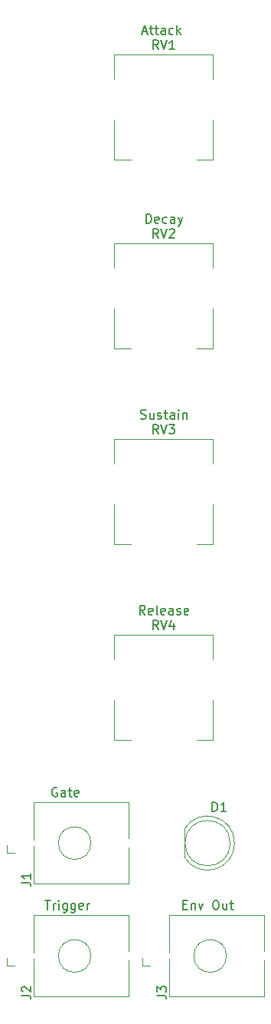
<source format=gbr>
G04 #@! TF.GenerationSoftware,KiCad,Pcbnew,(5.1.4-0-10_14)*
G04 #@! TF.CreationDate,2019-10-08T20:54:05-07:00*
G04 #@! TF.ProjectId,ADSR_Main_IO,41445352-5f4d-4616-996e-5f494f2e6b69,rev?*
G04 #@! TF.SameCoordinates,Original*
G04 #@! TF.FileFunction,Legend,Top*
G04 #@! TF.FilePolarity,Positive*
%FSLAX46Y46*%
G04 Gerber Fmt 4.6, Leading zero omitted, Abs format (unit mm)*
G04 Created by KiCad (PCBNEW (5.1.4-0-10_14)) date 2019-10-08 20:54:05*
%MOMM*%
%LPD*%
G04 APERTURE LIST*
%ADD10C,0.150000*%
%ADD11C,0.120000*%
G04 APERTURE END LIST*
D10*
X83669523Y-149026571D02*
X84002857Y-149026571D01*
X84145714Y-149550380D02*
X83669523Y-149550380D01*
X83669523Y-148550380D01*
X84145714Y-148550380D01*
X84574285Y-148883714D02*
X84574285Y-149550380D01*
X84574285Y-148978952D02*
X84621904Y-148931333D01*
X84717142Y-148883714D01*
X84860000Y-148883714D01*
X84955238Y-148931333D01*
X85002857Y-149026571D01*
X85002857Y-149550380D01*
X85383809Y-148883714D02*
X85621904Y-149550380D01*
X85860000Y-148883714D01*
X87193333Y-148550380D02*
X87383809Y-148550380D01*
X87479047Y-148598000D01*
X87574285Y-148693238D01*
X87621904Y-148883714D01*
X87621904Y-149217047D01*
X87574285Y-149407523D01*
X87479047Y-149502761D01*
X87383809Y-149550380D01*
X87193333Y-149550380D01*
X87098095Y-149502761D01*
X87002857Y-149407523D01*
X86955238Y-149217047D01*
X86955238Y-148883714D01*
X87002857Y-148693238D01*
X87098095Y-148598000D01*
X87193333Y-148550380D01*
X88479047Y-148883714D02*
X88479047Y-149550380D01*
X88050476Y-148883714D02*
X88050476Y-149407523D01*
X88098095Y-149502761D01*
X88193333Y-149550380D01*
X88336190Y-149550380D01*
X88431428Y-149502761D01*
X88479047Y-149455142D01*
X88812380Y-148883714D02*
X89193333Y-148883714D01*
X88955238Y-148550380D02*
X88955238Y-149407523D01*
X89002857Y-149502761D01*
X89098095Y-149550380D01*
X89193333Y-149550380D01*
X68389809Y-148550380D02*
X68961238Y-148550380D01*
X68675523Y-149550380D02*
X68675523Y-148550380D01*
X69294571Y-149550380D02*
X69294571Y-148883714D01*
X69294571Y-149074190D02*
X69342190Y-148978952D01*
X69389809Y-148931333D01*
X69485047Y-148883714D01*
X69580285Y-148883714D01*
X69913619Y-149550380D02*
X69913619Y-148883714D01*
X69913619Y-148550380D02*
X69866000Y-148598000D01*
X69913619Y-148645619D01*
X69961238Y-148598000D01*
X69913619Y-148550380D01*
X69913619Y-148645619D01*
X70818380Y-148883714D02*
X70818380Y-149693238D01*
X70770761Y-149788476D01*
X70723142Y-149836095D01*
X70627904Y-149883714D01*
X70485047Y-149883714D01*
X70389809Y-149836095D01*
X70818380Y-149502761D02*
X70723142Y-149550380D01*
X70532666Y-149550380D01*
X70437428Y-149502761D01*
X70389809Y-149455142D01*
X70342190Y-149359904D01*
X70342190Y-149074190D01*
X70389809Y-148978952D01*
X70437428Y-148931333D01*
X70532666Y-148883714D01*
X70723142Y-148883714D01*
X70818380Y-148931333D01*
X71723142Y-148883714D02*
X71723142Y-149693238D01*
X71675523Y-149788476D01*
X71627904Y-149836095D01*
X71532666Y-149883714D01*
X71389809Y-149883714D01*
X71294571Y-149836095D01*
X71723142Y-149502761D02*
X71627904Y-149550380D01*
X71437428Y-149550380D01*
X71342190Y-149502761D01*
X71294571Y-149455142D01*
X71246952Y-149359904D01*
X71246952Y-149074190D01*
X71294571Y-148978952D01*
X71342190Y-148931333D01*
X71437428Y-148883714D01*
X71627904Y-148883714D01*
X71723142Y-148931333D01*
X72580285Y-149502761D02*
X72485047Y-149550380D01*
X72294571Y-149550380D01*
X72199333Y-149502761D01*
X72151714Y-149407523D01*
X72151714Y-149026571D01*
X72199333Y-148931333D01*
X72294571Y-148883714D01*
X72485047Y-148883714D01*
X72580285Y-148931333D01*
X72627904Y-149026571D01*
X72627904Y-149121809D01*
X72151714Y-149217047D01*
X73056476Y-149550380D02*
X73056476Y-148883714D01*
X73056476Y-149074190D02*
X73104095Y-148978952D01*
X73151714Y-148931333D01*
X73246952Y-148883714D01*
X73342190Y-148883714D01*
X69707238Y-136152000D02*
X69612000Y-136104380D01*
X69469142Y-136104380D01*
X69326285Y-136152000D01*
X69231047Y-136247238D01*
X69183428Y-136342476D01*
X69135809Y-136532952D01*
X69135809Y-136675809D01*
X69183428Y-136866285D01*
X69231047Y-136961523D01*
X69326285Y-137056761D01*
X69469142Y-137104380D01*
X69564380Y-137104380D01*
X69707238Y-137056761D01*
X69754857Y-137009142D01*
X69754857Y-136675809D01*
X69564380Y-136675809D01*
X70612000Y-137104380D02*
X70612000Y-136580571D01*
X70564380Y-136485333D01*
X70469142Y-136437714D01*
X70278666Y-136437714D01*
X70183428Y-136485333D01*
X70612000Y-137056761D02*
X70516761Y-137104380D01*
X70278666Y-137104380D01*
X70183428Y-137056761D01*
X70135809Y-136961523D01*
X70135809Y-136866285D01*
X70183428Y-136771047D01*
X70278666Y-136723428D01*
X70516761Y-136723428D01*
X70612000Y-136675809D01*
X70945333Y-136437714D02*
X71326285Y-136437714D01*
X71088190Y-136104380D02*
X71088190Y-136961523D01*
X71135809Y-137056761D01*
X71231047Y-137104380D01*
X71326285Y-137104380D01*
X72040571Y-137056761D02*
X71945333Y-137104380D01*
X71754857Y-137104380D01*
X71659619Y-137056761D01*
X71612000Y-136961523D01*
X71612000Y-136580571D01*
X71659619Y-136485333D01*
X71754857Y-136437714D01*
X71945333Y-136437714D01*
X72040571Y-136485333D01*
X72088190Y-136580571D01*
X72088190Y-136675809D01*
X71612000Y-136771047D01*
X79438761Y-117038380D02*
X79105428Y-116562190D01*
X78867333Y-117038380D02*
X78867333Y-116038380D01*
X79248285Y-116038380D01*
X79343523Y-116086000D01*
X79391142Y-116133619D01*
X79438761Y-116228857D01*
X79438761Y-116371714D01*
X79391142Y-116466952D01*
X79343523Y-116514571D01*
X79248285Y-116562190D01*
X78867333Y-116562190D01*
X80248285Y-116990761D02*
X80153047Y-117038380D01*
X79962571Y-117038380D01*
X79867333Y-116990761D01*
X79819714Y-116895523D01*
X79819714Y-116514571D01*
X79867333Y-116419333D01*
X79962571Y-116371714D01*
X80153047Y-116371714D01*
X80248285Y-116419333D01*
X80295904Y-116514571D01*
X80295904Y-116609809D01*
X79819714Y-116705047D01*
X80867333Y-117038380D02*
X80772095Y-116990761D01*
X80724476Y-116895523D01*
X80724476Y-116038380D01*
X81629238Y-116990761D02*
X81534000Y-117038380D01*
X81343523Y-117038380D01*
X81248285Y-116990761D01*
X81200666Y-116895523D01*
X81200666Y-116514571D01*
X81248285Y-116419333D01*
X81343523Y-116371714D01*
X81534000Y-116371714D01*
X81629238Y-116419333D01*
X81676857Y-116514571D01*
X81676857Y-116609809D01*
X81200666Y-116705047D01*
X82534000Y-117038380D02*
X82534000Y-116514571D01*
X82486380Y-116419333D01*
X82391142Y-116371714D01*
X82200666Y-116371714D01*
X82105428Y-116419333D01*
X82534000Y-116990761D02*
X82438761Y-117038380D01*
X82200666Y-117038380D01*
X82105428Y-116990761D01*
X82057809Y-116895523D01*
X82057809Y-116800285D01*
X82105428Y-116705047D01*
X82200666Y-116657428D01*
X82438761Y-116657428D01*
X82534000Y-116609809D01*
X82962571Y-116990761D02*
X83057809Y-117038380D01*
X83248285Y-117038380D01*
X83343523Y-116990761D01*
X83391142Y-116895523D01*
X83391142Y-116847904D01*
X83343523Y-116752666D01*
X83248285Y-116705047D01*
X83105428Y-116705047D01*
X83010190Y-116657428D01*
X82962571Y-116562190D01*
X82962571Y-116514571D01*
X83010190Y-116419333D01*
X83105428Y-116371714D01*
X83248285Y-116371714D01*
X83343523Y-116419333D01*
X84200666Y-116990761D02*
X84105428Y-117038380D01*
X83914952Y-117038380D01*
X83819714Y-116990761D01*
X83772095Y-116895523D01*
X83772095Y-116514571D01*
X83819714Y-116419333D01*
X83914952Y-116371714D01*
X84105428Y-116371714D01*
X84200666Y-116419333D01*
X84248285Y-116514571D01*
X84248285Y-116609809D01*
X83772095Y-116705047D01*
X78962571Y-95400761D02*
X79105428Y-95448380D01*
X79343523Y-95448380D01*
X79438761Y-95400761D01*
X79486380Y-95353142D01*
X79534000Y-95257904D01*
X79534000Y-95162666D01*
X79486380Y-95067428D01*
X79438761Y-95019809D01*
X79343523Y-94972190D01*
X79153047Y-94924571D01*
X79057809Y-94876952D01*
X79010190Y-94829333D01*
X78962571Y-94734095D01*
X78962571Y-94638857D01*
X79010190Y-94543619D01*
X79057809Y-94496000D01*
X79153047Y-94448380D01*
X79391142Y-94448380D01*
X79534000Y-94496000D01*
X80391142Y-94781714D02*
X80391142Y-95448380D01*
X79962571Y-94781714D02*
X79962571Y-95305523D01*
X80010190Y-95400761D01*
X80105428Y-95448380D01*
X80248285Y-95448380D01*
X80343523Y-95400761D01*
X80391142Y-95353142D01*
X80819714Y-95400761D02*
X80914952Y-95448380D01*
X81105428Y-95448380D01*
X81200666Y-95400761D01*
X81248285Y-95305523D01*
X81248285Y-95257904D01*
X81200666Y-95162666D01*
X81105428Y-95115047D01*
X80962571Y-95115047D01*
X80867333Y-95067428D01*
X80819714Y-94972190D01*
X80819714Y-94924571D01*
X80867333Y-94829333D01*
X80962571Y-94781714D01*
X81105428Y-94781714D01*
X81200666Y-94829333D01*
X81534000Y-94781714D02*
X81914952Y-94781714D01*
X81676857Y-94448380D02*
X81676857Y-95305523D01*
X81724476Y-95400761D01*
X81819714Y-95448380D01*
X81914952Y-95448380D01*
X82676857Y-95448380D02*
X82676857Y-94924571D01*
X82629238Y-94829333D01*
X82534000Y-94781714D01*
X82343523Y-94781714D01*
X82248285Y-94829333D01*
X82676857Y-95400761D02*
X82581619Y-95448380D01*
X82343523Y-95448380D01*
X82248285Y-95400761D01*
X82200666Y-95305523D01*
X82200666Y-95210285D01*
X82248285Y-95115047D01*
X82343523Y-95067428D01*
X82581619Y-95067428D01*
X82676857Y-95019809D01*
X83153047Y-95448380D02*
X83153047Y-94781714D01*
X83153047Y-94448380D02*
X83105428Y-94496000D01*
X83153047Y-94543619D01*
X83200666Y-94496000D01*
X83153047Y-94448380D01*
X83153047Y-94543619D01*
X83629238Y-94781714D02*
X83629238Y-95448380D01*
X83629238Y-94876952D02*
X83676857Y-94829333D01*
X83772095Y-94781714D01*
X83914952Y-94781714D01*
X84010190Y-94829333D01*
X84057809Y-94924571D01*
X84057809Y-95448380D01*
X79581619Y-73858380D02*
X79581619Y-72858380D01*
X79819714Y-72858380D01*
X79962571Y-72906000D01*
X80057809Y-73001238D01*
X80105428Y-73096476D01*
X80153047Y-73286952D01*
X80153047Y-73429809D01*
X80105428Y-73620285D01*
X80057809Y-73715523D01*
X79962571Y-73810761D01*
X79819714Y-73858380D01*
X79581619Y-73858380D01*
X80962571Y-73810761D02*
X80867333Y-73858380D01*
X80676857Y-73858380D01*
X80581619Y-73810761D01*
X80534000Y-73715523D01*
X80534000Y-73334571D01*
X80581619Y-73239333D01*
X80676857Y-73191714D01*
X80867333Y-73191714D01*
X80962571Y-73239333D01*
X81010190Y-73334571D01*
X81010190Y-73429809D01*
X80534000Y-73525047D01*
X81867333Y-73810761D02*
X81772095Y-73858380D01*
X81581619Y-73858380D01*
X81486380Y-73810761D01*
X81438761Y-73763142D01*
X81391142Y-73667904D01*
X81391142Y-73382190D01*
X81438761Y-73286952D01*
X81486380Y-73239333D01*
X81581619Y-73191714D01*
X81772095Y-73191714D01*
X81867333Y-73239333D01*
X82724476Y-73858380D02*
X82724476Y-73334571D01*
X82676857Y-73239333D01*
X82581619Y-73191714D01*
X82391142Y-73191714D01*
X82295904Y-73239333D01*
X82724476Y-73810761D02*
X82629238Y-73858380D01*
X82391142Y-73858380D01*
X82295904Y-73810761D01*
X82248285Y-73715523D01*
X82248285Y-73620285D01*
X82295904Y-73525047D01*
X82391142Y-73477428D01*
X82629238Y-73477428D01*
X82724476Y-73429809D01*
X83105428Y-73191714D02*
X83343523Y-73858380D01*
X83581619Y-73191714D02*
X83343523Y-73858380D01*
X83248285Y-74096476D01*
X83200666Y-74144095D01*
X83105428Y-74191714D01*
X79184761Y-52744666D02*
X79660952Y-52744666D01*
X79089523Y-53030380D02*
X79422857Y-52030380D01*
X79756190Y-53030380D01*
X79946666Y-52363714D02*
X80327619Y-52363714D01*
X80089523Y-52030380D02*
X80089523Y-52887523D01*
X80137142Y-52982761D01*
X80232380Y-53030380D01*
X80327619Y-53030380D01*
X80518095Y-52363714D02*
X80899047Y-52363714D01*
X80660952Y-52030380D02*
X80660952Y-52887523D01*
X80708571Y-52982761D01*
X80803809Y-53030380D01*
X80899047Y-53030380D01*
X81660952Y-53030380D02*
X81660952Y-52506571D01*
X81613333Y-52411333D01*
X81518095Y-52363714D01*
X81327619Y-52363714D01*
X81232380Y-52411333D01*
X81660952Y-52982761D02*
X81565714Y-53030380D01*
X81327619Y-53030380D01*
X81232380Y-52982761D01*
X81184761Y-52887523D01*
X81184761Y-52792285D01*
X81232380Y-52697047D01*
X81327619Y-52649428D01*
X81565714Y-52649428D01*
X81660952Y-52601809D01*
X82565714Y-52982761D02*
X82470476Y-53030380D01*
X82280000Y-53030380D01*
X82184761Y-52982761D01*
X82137142Y-52935142D01*
X82089523Y-52839904D01*
X82089523Y-52554190D01*
X82137142Y-52458952D01*
X82184761Y-52411333D01*
X82280000Y-52363714D01*
X82470476Y-52363714D01*
X82565714Y-52411333D01*
X82994285Y-53030380D02*
X82994285Y-52030380D01*
X83089523Y-52649428D02*
X83375238Y-53030380D01*
X83375238Y-52363714D02*
X82994285Y-52744666D01*
D11*
X64178000Y-143300000D02*
X64178000Y-142440000D01*
X64178000Y-143300000D02*
X64978000Y-143300000D01*
X73458000Y-142240000D02*
G75*
G03X73458000Y-142240000I-1800000J0D01*
G01*
X67158000Y-142590000D02*
X67158000Y-146740000D01*
X67158000Y-137740000D02*
X67158000Y-141890000D01*
X77658000Y-142740000D02*
X77658000Y-146740000D01*
X77658000Y-137740000D02*
X77658000Y-141740000D01*
X67158000Y-137740000D02*
X77658000Y-137740000D01*
X67158000Y-146740000D02*
X77658000Y-146740000D01*
X64178000Y-155746000D02*
X64178000Y-154886000D01*
X64178000Y-155746000D02*
X64978000Y-155746000D01*
X73458000Y-154686000D02*
G75*
G03X73458000Y-154686000I-1800000J0D01*
G01*
X67158000Y-155036000D02*
X67158000Y-159186000D01*
X67158000Y-150186000D02*
X67158000Y-154336000D01*
X77658000Y-155186000D02*
X77658000Y-159186000D01*
X77658000Y-150186000D02*
X77658000Y-154186000D01*
X67158000Y-150186000D02*
X77658000Y-150186000D01*
X67158000Y-159186000D02*
X77658000Y-159186000D01*
X79164000Y-155746000D02*
X79164000Y-154886000D01*
X79164000Y-155746000D02*
X79964000Y-155746000D01*
X88444000Y-154686000D02*
G75*
G03X88444000Y-154686000I-1800000J0D01*
G01*
X82144000Y-155036000D02*
X82144000Y-159186000D01*
X82144000Y-150186000D02*
X82144000Y-154336000D01*
X92644000Y-155186000D02*
X92644000Y-159186000D01*
X92644000Y-150186000D02*
X92644000Y-154186000D01*
X82144000Y-150186000D02*
X92644000Y-150186000D01*
X82144000Y-159186000D02*
X92644000Y-159186000D01*
X86964000Y-66838000D02*
X85144000Y-66838000D01*
X76024000Y-55248000D02*
X76024000Y-57968000D01*
X86964000Y-55248000D02*
X76024000Y-55248000D01*
X77844000Y-66838000D02*
X76024000Y-66838000D01*
X76024000Y-62468000D02*
X76024000Y-66838000D01*
X86964000Y-62468000D02*
X86964000Y-66838000D01*
X86964000Y-55248000D02*
X86964000Y-57968000D01*
X86964000Y-87666000D02*
X85144000Y-87666000D01*
X76024000Y-76076000D02*
X76024000Y-78796000D01*
X86964000Y-76076000D02*
X76024000Y-76076000D01*
X77844000Y-87666000D02*
X76024000Y-87666000D01*
X76024000Y-83296000D02*
X76024000Y-87666000D01*
X86964000Y-83296000D02*
X86964000Y-87666000D01*
X86964000Y-76076000D02*
X86964000Y-78796000D01*
X86964000Y-109256000D02*
X85144000Y-109256000D01*
X76024000Y-97666000D02*
X76024000Y-100386000D01*
X86964000Y-97666000D02*
X76024000Y-97666000D01*
X77844000Y-109256000D02*
X76024000Y-109256000D01*
X76024000Y-104886000D02*
X76024000Y-109256000D01*
X86964000Y-104886000D02*
X86964000Y-109256000D01*
X86964000Y-97666000D02*
X86964000Y-100386000D01*
X86964000Y-130846000D02*
X85144000Y-130846000D01*
X76024000Y-119256000D02*
X76024000Y-121976000D01*
X86964000Y-119256000D02*
X76024000Y-119256000D01*
X77844000Y-130846000D02*
X76024000Y-130846000D01*
X76024000Y-126476000D02*
X76024000Y-130846000D01*
X86964000Y-126476000D02*
X86964000Y-130846000D01*
X86964000Y-119256000D02*
X86964000Y-121976000D01*
X83800000Y-140695000D02*
X83800000Y-143785000D01*
X88860000Y-142240000D02*
G75*
G03X88860000Y-142240000I-2500000J0D01*
G01*
X89350000Y-142239538D02*
G75*
G02X83800000Y-143784830I-2990000J-462D01*
G01*
X89350000Y-142240462D02*
G75*
G03X83800000Y-140695170I-2990000J462D01*
G01*
D10*
X65810380Y-146603333D02*
X66524666Y-146603333D01*
X66667523Y-146650952D01*
X66762761Y-146746190D01*
X66810380Y-146889047D01*
X66810380Y-146984285D01*
X66810380Y-145603333D02*
X66810380Y-146174761D01*
X66810380Y-145889047D02*
X65810380Y-145889047D01*
X65953238Y-145984285D01*
X66048476Y-146079523D01*
X66096095Y-146174761D01*
X65810380Y-159049333D02*
X66524666Y-159049333D01*
X66667523Y-159096952D01*
X66762761Y-159192190D01*
X66810380Y-159335047D01*
X66810380Y-159430285D01*
X65905619Y-158620761D02*
X65858000Y-158573142D01*
X65810380Y-158477904D01*
X65810380Y-158239809D01*
X65858000Y-158144571D01*
X65905619Y-158096952D01*
X66000857Y-158049333D01*
X66096095Y-158049333D01*
X66238952Y-158096952D01*
X66810380Y-158668380D01*
X66810380Y-158049333D01*
X80796380Y-159049333D02*
X81510666Y-159049333D01*
X81653523Y-159096952D01*
X81748761Y-159192190D01*
X81796380Y-159335047D01*
X81796380Y-159430285D01*
X80796380Y-158668380D02*
X80796380Y-158049333D01*
X81177333Y-158382666D01*
X81177333Y-158239809D01*
X81224952Y-158144571D01*
X81272571Y-158096952D01*
X81367809Y-158049333D01*
X81605904Y-158049333D01*
X81701142Y-158096952D01*
X81748761Y-158144571D01*
X81796380Y-158239809D01*
X81796380Y-158525523D01*
X81748761Y-158620761D01*
X81701142Y-158668380D01*
X80898761Y-54670380D02*
X80565428Y-54194190D01*
X80327333Y-54670380D02*
X80327333Y-53670380D01*
X80708285Y-53670380D01*
X80803523Y-53718000D01*
X80851142Y-53765619D01*
X80898761Y-53860857D01*
X80898761Y-54003714D01*
X80851142Y-54098952D01*
X80803523Y-54146571D01*
X80708285Y-54194190D01*
X80327333Y-54194190D01*
X81184476Y-53670380D02*
X81517809Y-54670380D01*
X81851142Y-53670380D01*
X82708285Y-54670380D02*
X82136857Y-54670380D01*
X82422571Y-54670380D02*
X82422571Y-53670380D01*
X82327333Y-53813238D01*
X82232095Y-53908476D01*
X82136857Y-53956095D01*
X80898761Y-75498380D02*
X80565428Y-75022190D01*
X80327333Y-75498380D02*
X80327333Y-74498380D01*
X80708285Y-74498380D01*
X80803523Y-74546000D01*
X80851142Y-74593619D01*
X80898761Y-74688857D01*
X80898761Y-74831714D01*
X80851142Y-74926952D01*
X80803523Y-74974571D01*
X80708285Y-75022190D01*
X80327333Y-75022190D01*
X81184476Y-74498380D02*
X81517809Y-75498380D01*
X81851142Y-74498380D01*
X82136857Y-74593619D02*
X82184476Y-74546000D01*
X82279714Y-74498380D01*
X82517809Y-74498380D01*
X82613047Y-74546000D01*
X82660666Y-74593619D01*
X82708285Y-74688857D01*
X82708285Y-74784095D01*
X82660666Y-74926952D01*
X82089238Y-75498380D01*
X82708285Y-75498380D01*
X80898761Y-97088380D02*
X80565428Y-96612190D01*
X80327333Y-97088380D02*
X80327333Y-96088380D01*
X80708285Y-96088380D01*
X80803523Y-96136000D01*
X80851142Y-96183619D01*
X80898761Y-96278857D01*
X80898761Y-96421714D01*
X80851142Y-96516952D01*
X80803523Y-96564571D01*
X80708285Y-96612190D01*
X80327333Y-96612190D01*
X81184476Y-96088380D02*
X81517809Y-97088380D01*
X81851142Y-96088380D01*
X82089238Y-96088380D02*
X82708285Y-96088380D01*
X82374952Y-96469333D01*
X82517809Y-96469333D01*
X82613047Y-96516952D01*
X82660666Y-96564571D01*
X82708285Y-96659809D01*
X82708285Y-96897904D01*
X82660666Y-96993142D01*
X82613047Y-97040761D01*
X82517809Y-97088380D01*
X82232095Y-97088380D01*
X82136857Y-97040761D01*
X82089238Y-96993142D01*
X80898761Y-118678380D02*
X80565428Y-118202190D01*
X80327333Y-118678380D02*
X80327333Y-117678380D01*
X80708285Y-117678380D01*
X80803523Y-117726000D01*
X80851142Y-117773619D01*
X80898761Y-117868857D01*
X80898761Y-118011714D01*
X80851142Y-118106952D01*
X80803523Y-118154571D01*
X80708285Y-118202190D01*
X80327333Y-118202190D01*
X81184476Y-117678380D02*
X81517809Y-118678380D01*
X81851142Y-117678380D01*
X82613047Y-118011714D02*
X82613047Y-118678380D01*
X82374952Y-117630761D02*
X82136857Y-118345047D01*
X82755904Y-118345047D01*
X86891904Y-138732380D02*
X86891904Y-137732380D01*
X87130000Y-137732380D01*
X87272857Y-137780000D01*
X87368095Y-137875238D01*
X87415714Y-137970476D01*
X87463333Y-138160952D01*
X87463333Y-138303809D01*
X87415714Y-138494285D01*
X87368095Y-138589523D01*
X87272857Y-138684761D01*
X87130000Y-138732380D01*
X86891904Y-138732380D01*
X88415714Y-138732380D02*
X87844285Y-138732380D01*
X88130000Y-138732380D02*
X88130000Y-137732380D01*
X88034761Y-137875238D01*
X87939523Y-137970476D01*
X87844285Y-138018095D01*
M02*

</source>
